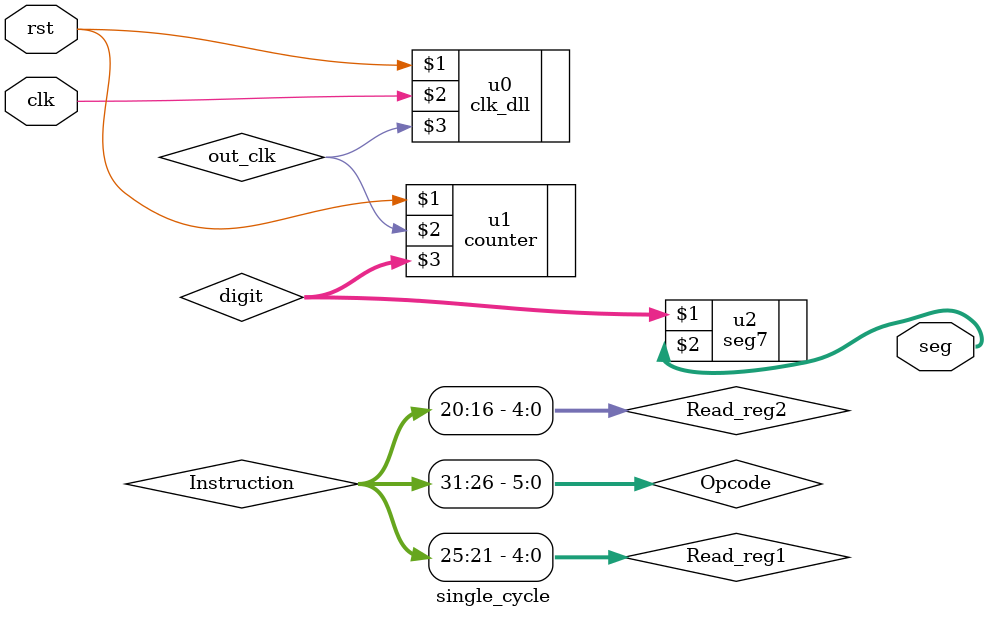
<source format=v>
module single_cycle(rst, clk, seg);
//declare needed port , variasble
//PC
  input  rst, clk;
  output[4:0] seg;
  wire[3:0] digit;
  wire out_clk;
  
  // 50MHz -> 1Hz  divide
  clk_dll u0(rst, clk, out_clk); 
  
  // counter 
  counter u1(rst, out_clk, digit); 
   
  // 7-segment decoder   
  seg7 u2(digit, seg);

//Instruction memory
wire [31:0] Next_PC, Instruction, Adder; 
reg [31:0] PC;

//Control
wire RegWrite, RegDst, AluSrc, Branch, MemWrite, MemtoReg, Jump;
wire [5:0] Opcode, Function;
wire [1:0] ALUOp;

//Register
wire [4:0] Reg_Write_address, Read_reg1, Read_reg2;
wire [31:0] Write_data, Read_data1, Read_data2;

//ALU
wire [31:0] aludec, ALU_result;
wire Zero;

//ALU control
//MUX
//Adder


//Data memory
wire [31:0] MUX;
wire [31:0] Dm_Read_data, Dm_Write_data;

assign Next_PC = PC + 32'd4; //pc counter +4
assign Opcode = Instruction[31:26];
assign Function = Instruction[5:0];
assign Read_reg1 = Instruction[25:21]; //decide read register
assign Read_reg2 = Instruction[20:16];
assign Reg_Write_address = (RegDst) ? Instruction[15:11] : Instruction[20:16]; //if RegDst is 1, rd will enter into Reg_write



//insert input

control Control(Opcode, Function, RegWrite, RegDst, AluSrc, Branch, MemWrite, MemtoReg, ALUOp, Jump);
register Reg(Read_data1, Read_data2, RegWrite, Read_reg1, Read_reg2, Write_reg, Write_data); 
alu_mips alu(aludec, ALU_result, Zero);
DataMemmory DM(MUX, Read_data, Write_data); 

endmodule
</source>
